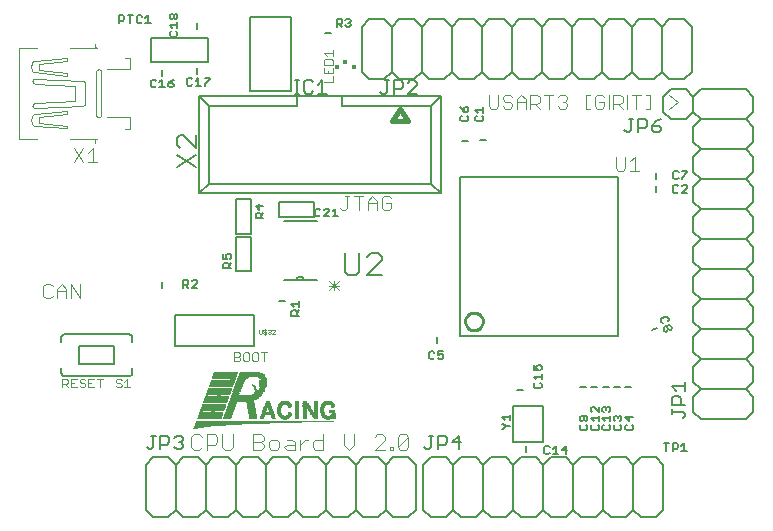
<source format=gto>
G75*
G70*
%OFA0B0*%
%FSLAX24Y24*%
%IPPOS*%
%LPD*%
%AMOC8*
5,1,8,0,0,1.08239X$1,22.5*
%
%ADD10C,0.0030*%
%ADD11C,0.0040*%
%ADD12R,0.0012X0.0006*%
%ADD13R,0.0024X0.0006*%
%ADD14R,0.0036X0.0006*%
%ADD15R,0.0060X0.0006*%
%ADD16R,0.0078X0.0006*%
%ADD17R,0.0102X0.0006*%
%ADD18R,0.0126X0.0006*%
%ADD19R,0.0162X0.0006*%
%ADD20R,0.0186X0.0006*%
%ADD21R,0.0228X0.0006*%
%ADD22R,0.0258X0.0006*%
%ADD23R,0.0306X0.0006*%
%ADD24R,0.0348X0.0006*%
%ADD25R,0.0396X0.0006*%
%ADD26R,0.0450X0.0006*%
%ADD27R,0.0510X0.0006*%
%ADD28R,0.0564X0.0006*%
%ADD29R,0.0630X0.0006*%
%ADD30R,0.0702X0.0006*%
%ADD31R,0.0768X0.0006*%
%ADD32R,0.0852X0.0006*%
%ADD33R,0.0930X0.0006*%
%ADD34R,0.1020X0.0006*%
%ADD35R,0.1116X0.0006*%
%ADD36R,0.1212X0.0006*%
%ADD37R,0.1314X0.0006*%
%ADD38R,0.1428X0.0006*%
%ADD39R,0.1548X0.0006*%
%ADD40R,0.1674X0.0006*%
%ADD41R,0.1812X0.0006*%
%ADD42R,0.1950X0.0006*%
%ADD43R,0.2100X0.0006*%
%ADD44R,0.2268X0.0006*%
%ADD45R,0.2436X0.0006*%
%ADD46R,0.2622X0.0006*%
%ADD47R,0.2820X0.0006*%
%ADD48R,0.3042X0.0006*%
%ADD49R,0.3276X0.0006*%
%ADD50R,0.3534X0.0006*%
%ADD51R,0.3828X0.0006*%
%ADD52R,0.4164X0.0006*%
%ADD53R,0.4572X0.0006*%
%ADD54R,0.0120X0.0006*%
%ADD55R,0.0108X0.0006*%
%ADD56R,0.0246X0.0006*%
%ADD57R,0.0240X0.0006*%
%ADD58R,0.0114X0.0006*%
%ADD59R,0.0168X0.0006*%
%ADD60R,0.0150X0.0006*%
%ADD61R,0.0096X0.0006*%
%ADD62R,0.0774X0.0006*%
%ADD63R,0.0252X0.0006*%
%ADD64R,0.0132X0.0006*%
%ADD65R,0.0204X0.0006*%
%ADD66R,0.0180X0.0006*%
%ADD67R,0.0234X0.0006*%
%ADD68R,0.0132X0.0006*%
%ADD69R,0.0204X0.0006*%
%ADD70R,0.0780X0.0006*%
%ADD71R,0.0282X0.0006*%
%ADD72R,0.0138X0.0006*%
%ADD73R,0.0294X0.0006*%
%ADD74R,0.0144X0.0006*%
%ADD75R,0.0252X0.0006*%
%ADD76R,0.0318X0.0006*%
%ADD77R,0.0276X0.0006*%
%ADD78R,0.0330X0.0006*%
%ADD79R,0.0288X0.0006*%
%ADD80R,0.0342X0.0006*%
%ADD81R,0.0156X0.0006*%
%ADD82R,0.0300X0.0006*%
%ADD83R,0.0354X0.0006*%
%ADD84R,0.0312X0.0006*%
%ADD85R,0.0366X0.0006*%
%ADD86R,0.0324X0.0006*%
%ADD87R,0.0378X0.0006*%
%ADD88R,0.0390X0.0006*%
%ADD89R,0.0174X0.0006*%
%ADD90R,0.0774X0.0006*%
%ADD91R,0.0456X0.0006*%
%ADD92R,0.0408X0.0006*%
%ADD93R,0.0420X0.0006*%
%ADD94R,0.0462X0.0006*%
%ADD95R,0.0192X0.0006*%
%ADD96R,0.0222X0.0006*%
%ADD97R,0.0174X0.0006*%
%ADD98R,0.0198X0.0006*%
%ADD99R,0.0162X0.0006*%
%ADD100R,0.0144X0.0006*%
%ADD101R,0.0210X0.0006*%
%ADD102R,0.0444X0.0006*%
%ADD103R,0.0438X0.0006*%
%ADD104R,0.0216X0.0006*%
%ADD105R,0.0432X0.0006*%
%ADD106R,0.0426X0.0006*%
%ADD107R,0.0414X0.0006*%
%ADD108R,0.0402X0.0006*%
%ADD109R,0.0090X0.0006*%
%ADD110R,0.0066X0.0006*%
%ADD111R,0.0384X0.0006*%
%ADD112R,0.0030X0.0006*%
%ADD113R,0.0264X0.0006*%
%ADD114R,0.0006X0.0006*%
%ADD115R,0.0270X0.0006*%
%ADD116R,0.0114X0.0006*%
%ADD117R,0.0264X0.0006*%
%ADD118R,0.0018X0.0006*%
%ADD119R,0.0042X0.0006*%
%ADD120R,0.0072X0.0006*%
%ADD121R,0.0234X0.0006*%
%ADD122R,0.0372X0.0006*%
%ADD123R,0.0810X0.0006*%
%ADD124R,0.0804X0.0006*%
%ADD125R,0.0798X0.0006*%
%ADD126R,0.0786X0.0006*%
%ADD127R,0.0792X0.0006*%
%ADD128R,0.0816X0.0006*%
%ADD129R,0.0840X0.0006*%
%ADD130R,0.0864X0.0006*%
%ADD131R,0.0870X0.0006*%
%ADD132R,0.0882X0.0006*%
%ADD133R,0.0888X0.0006*%
%ADD134R,0.0900X0.0006*%
%ADD135R,0.0912X0.0006*%
%ADD136R,0.0924X0.0006*%
%ADD137R,0.0936X0.0006*%
%ADD138R,0.0942X0.0006*%
%ADD139R,0.0948X0.0006*%
%ADD140R,0.0960X0.0006*%
%ADD141R,0.0966X0.0006*%
%ADD142R,0.0972X0.0006*%
%ADD143R,0.0972X0.0006*%
%ADD144R,0.0978X0.0006*%
%ADD145R,0.0984X0.0006*%
%ADD146R,0.0990X0.0006*%
%ADD147R,0.0996X0.0006*%
%ADD148R,0.0324X0.0006*%
%ADD149R,0.0312X0.0006*%
%ADD150R,0.0048X0.0006*%
%ADD151R,0.0222X0.0006*%
%ADD152R,0.0024X0.0006*%
%ADD153R,0.0054X0.0006*%
%ADD154R,0.0054X0.0006*%
%ADD155R,0.0042X0.0006*%
%ADD156R,0.0012X0.0006*%
%ADD157R,0.0282X0.0006*%
%ADD158R,0.0192X0.0006*%
%ADD159R,0.0342X0.0006*%
%ADD160R,0.0360X0.0006*%
%ADD161R,0.0648X0.0006*%
%ADD162R,0.0672X0.0006*%
%ADD163R,0.0876X0.0006*%
%ADD164R,0.0864X0.0006*%
%ADD165R,0.0858X0.0006*%
%ADD166R,0.0834X0.0006*%
%ADD167R,0.0828X0.0006*%
%ADD168R,0.0762X0.0006*%
%ADD169R,0.0744X0.0006*%
%ADD170R,0.0726X0.0006*%
%ADD171R,0.0708X0.0006*%
%ADD172R,0.0690X0.0006*%
%ADD173R,0.0666X0.0006*%
%ADD174R,0.0636X0.0006*%
%ADD175R,0.0606X0.0006*%
%ADD176R,0.0546X0.0006*%
%ADD177C,0.0080*%
%ADD178C,0.0100*%
%ADD179C,0.0060*%
%ADD180C,0.0020*%
%ADD181C,0.0050*%
%ADD182C,0.0160*%
%ADD183R,0.0128X0.0167*%
%ADD184R,0.0138X0.0138*%
%ADD185C,0.0010*%
D10*
X001550Y004670D02*
X001550Y004960D01*
X001695Y004960D01*
X001744Y004912D01*
X001744Y004815D01*
X001695Y004767D01*
X001550Y004767D01*
X001647Y004767D02*
X001744Y004670D01*
X001845Y004670D02*
X002038Y004670D01*
X002139Y004718D02*
X002188Y004670D01*
X002285Y004670D01*
X002333Y004718D01*
X002333Y004767D01*
X002285Y004815D01*
X002188Y004815D01*
X002139Y004863D01*
X002139Y004912D01*
X002188Y004960D01*
X002285Y004960D01*
X002333Y004912D01*
X002434Y004960D02*
X002434Y004670D01*
X002628Y004670D01*
X002531Y004815D02*
X002434Y004815D01*
X002434Y004960D02*
X002628Y004960D01*
X002729Y004960D02*
X002922Y004960D01*
X002825Y004960D02*
X002825Y004670D01*
X002038Y004960D02*
X001845Y004960D01*
X001845Y004670D01*
X001845Y004815D02*
X001942Y004815D01*
X007303Y005546D02*
X007448Y005546D01*
X007497Y005594D01*
X007497Y005643D01*
X007448Y005691D01*
X007303Y005691D01*
X007303Y005546D02*
X007303Y005836D01*
X007448Y005836D01*
X007497Y005788D01*
X007497Y005739D01*
X007448Y005691D01*
X007598Y005594D02*
X007646Y005546D01*
X007743Y005546D01*
X007791Y005594D01*
X007791Y005788D01*
X007743Y005836D01*
X007646Y005836D01*
X007598Y005788D01*
X007598Y005594D01*
X007892Y005594D02*
X007941Y005546D01*
X008038Y005546D01*
X008086Y005594D01*
X008086Y005788D01*
X008038Y005836D01*
X007941Y005836D01*
X007892Y005788D01*
X007892Y005594D01*
X008187Y005836D02*
X008381Y005836D01*
X008284Y005836D02*
X008284Y005546D01*
X010459Y007902D02*
X010773Y008215D01*
X010773Y008058D02*
X010459Y008058D01*
X010459Y008215D02*
X010773Y007902D01*
X010616Y007902D02*
X010616Y008215D01*
X010575Y014838D02*
X010285Y014838D01*
X010575Y014838D02*
X010575Y015031D01*
X010575Y015133D02*
X010575Y015326D01*
X010575Y015427D02*
X010285Y015427D01*
X010285Y015572D01*
X010333Y015621D01*
X010527Y015621D01*
X010575Y015572D01*
X010575Y015427D01*
X010430Y015229D02*
X010430Y015133D01*
X010285Y015133D02*
X010575Y015133D01*
X010285Y015133D02*
X010285Y015326D01*
X010382Y015722D02*
X010285Y015819D01*
X010575Y015819D01*
X010575Y015915D02*
X010575Y015722D01*
D11*
X015786Y014420D02*
X015786Y014037D01*
X015863Y013960D01*
X016016Y013960D01*
X016093Y014037D01*
X016093Y014420D01*
X016247Y014344D02*
X016247Y014267D01*
X016323Y014190D01*
X016477Y014190D01*
X016553Y014113D01*
X016553Y014037D01*
X016477Y013960D01*
X016323Y013960D01*
X016247Y014037D01*
X016247Y014344D02*
X016323Y014420D01*
X016477Y014420D01*
X016553Y014344D01*
X016707Y014267D02*
X016860Y014420D01*
X017014Y014267D01*
X017014Y013960D01*
X017167Y013960D02*
X017167Y014420D01*
X017398Y014420D01*
X017474Y014344D01*
X017474Y014190D01*
X017398Y014113D01*
X017167Y014113D01*
X017321Y014113D02*
X017474Y013960D01*
X017014Y014190D02*
X016707Y014190D01*
X016707Y014267D02*
X016707Y013960D01*
X017628Y014420D02*
X017935Y014420D01*
X017781Y014420D02*
X017781Y013960D01*
X018088Y014037D02*
X018165Y013960D01*
X018318Y013960D01*
X018395Y014037D01*
X018395Y014113D01*
X018318Y014190D01*
X018242Y014190D01*
X018318Y014190D02*
X018395Y014267D01*
X018395Y014344D01*
X018318Y014420D01*
X018165Y014420D01*
X018088Y014344D01*
X019009Y014420D02*
X019009Y013960D01*
X019162Y013960D01*
X019316Y014037D02*
X019393Y013960D01*
X019546Y013960D01*
X019623Y014037D01*
X019623Y014190D01*
X019469Y014190D01*
X019316Y014037D02*
X019316Y014344D01*
X019393Y014420D01*
X019546Y014420D01*
X019623Y014344D01*
X019776Y014420D02*
X019776Y013960D01*
X019930Y013960D02*
X019930Y014420D01*
X020160Y014420D01*
X020237Y014344D01*
X020237Y014190D01*
X020160Y014113D01*
X019930Y014113D01*
X020083Y014113D02*
X020237Y013960D01*
X020390Y013960D02*
X020390Y014420D01*
X020544Y014420D02*
X020850Y014420D01*
X020697Y014420D02*
X020697Y013960D01*
X021004Y013960D02*
X021157Y013960D01*
X021157Y014420D01*
X021004Y014420D01*
X021771Y014420D02*
X022078Y014190D01*
X021771Y013960D01*
X020638Y012356D02*
X020638Y011895D01*
X020791Y011895D02*
X020484Y011895D01*
X020331Y011972D02*
X020331Y012356D01*
X020484Y012202D02*
X020638Y012356D01*
X020331Y011972D02*
X020254Y011895D01*
X020101Y011895D01*
X020024Y011972D01*
X020024Y012356D01*
X019162Y014420D02*
X019009Y014420D01*
X012514Y010969D02*
X012438Y011045D01*
X012284Y011045D01*
X012207Y010969D01*
X012207Y010662D01*
X012284Y010585D01*
X012438Y010585D01*
X012514Y010662D01*
X012514Y010815D01*
X012361Y010815D01*
X012054Y010815D02*
X011747Y010815D01*
X011747Y010892D02*
X011747Y010585D01*
X011440Y010585D02*
X011440Y011045D01*
X011287Y011045D02*
X011593Y011045D01*
X011747Y010892D02*
X011900Y011045D01*
X012054Y010892D01*
X012054Y010585D01*
X011056Y010662D02*
X011056Y011045D01*
X010980Y011045D02*
X011133Y011045D01*
X011056Y010662D02*
X010980Y010585D01*
X010903Y010585D01*
X010826Y010662D01*
X003819Y013283D02*
X003819Y013672D01*
X003799Y013672D02*
X003063Y013672D01*
X002859Y013753D02*
X002859Y015184D01*
X002857Y015200D01*
X002853Y015215D01*
X002845Y015230D01*
X002835Y015242D01*
X002823Y015252D01*
X002808Y015260D01*
X002793Y015264D01*
X002777Y015266D01*
X002777Y015266D01*
X002777Y015265D02*
X002757Y015263D01*
X002738Y015257D01*
X002720Y015248D01*
X002705Y015235D01*
X002692Y015220D01*
X002683Y015202D01*
X002677Y015183D01*
X002675Y015163D01*
X002675Y015164D02*
X002675Y013774D01*
X002677Y013754D01*
X002683Y013735D01*
X002692Y013717D01*
X002705Y013702D01*
X002720Y013689D01*
X002738Y013680D01*
X002757Y013674D01*
X002777Y013672D01*
X002777Y013671D02*
X002793Y013673D01*
X002808Y013677D01*
X002823Y013685D01*
X002835Y013695D01*
X002845Y013707D01*
X002853Y013722D01*
X002857Y013737D01*
X002859Y013753D01*
X002327Y014142D02*
X002327Y014796D01*
X002328Y014796D02*
X002325Y014814D01*
X002318Y014831D01*
X002309Y014846D01*
X002296Y014859D01*
X002281Y014868D01*
X002264Y014875D01*
X002246Y014878D01*
X002246Y014877D02*
X000651Y014959D01*
X000635Y014957D01*
X000620Y014953D01*
X000605Y014945D01*
X000593Y014935D01*
X000583Y014923D01*
X000575Y014908D01*
X000571Y014893D01*
X000569Y014877D01*
X000570Y014877D02*
X000570Y014877D01*
X000569Y014877D02*
X000571Y014861D01*
X000575Y014846D01*
X000583Y014831D01*
X000593Y014819D01*
X000605Y014809D01*
X000620Y014801D01*
X000635Y014797D01*
X000651Y014795D01*
X000651Y014796D02*
X002000Y014714D01*
X002000Y014223D01*
X000651Y014142D01*
X000635Y014140D01*
X000620Y014136D01*
X000605Y014128D01*
X000593Y014118D01*
X000583Y014106D01*
X000575Y014091D01*
X000571Y014076D01*
X000569Y014060D01*
X000571Y014044D01*
X000575Y014029D01*
X000583Y014014D01*
X000593Y014002D01*
X000605Y013992D01*
X000620Y013984D01*
X000635Y013980D01*
X000651Y013978D01*
X002246Y014060D01*
X002246Y014059D02*
X002264Y014062D01*
X002281Y014069D01*
X002296Y014078D01*
X002309Y014091D01*
X002318Y014106D01*
X002325Y014123D01*
X002328Y014141D01*
X001735Y013876D02*
X001735Y013794D01*
X000794Y013692D01*
X000794Y013488D01*
X001735Y013385D01*
X001735Y013304D01*
X000651Y013385D01*
X000632Y013389D01*
X000613Y013395D01*
X000596Y013405D01*
X000580Y013417D01*
X000567Y013432D01*
X000556Y013449D01*
X000549Y013467D01*
X000549Y013692D02*
X000556Y013710D01*
X000567Y013727D01*
X000580Y013742D01*
X000596Y013754D01*
X000613Y013764D01*
X000632Y013770D01*
X000651Y013774D01*
X001735Y013876D01*
X000550Y013692D02*
X000541Y013655D01*
X000535Y013618D01*
X000533Y013580D01*
X000535Y013542D01*
X000541Y013505D01*
X000550Y013468D01*
X000712Y012956D02*
X000120Y012956D01*
X000120Y012956D01*
X000120Y015981D01*
X000712Y015981D01*
X000651Y015552D02*
X001735Y015634D01*
X001735Y015552D01*
X000794Y015450D01*
X000794Y015245D01*
X001735Y015143D01*
X001735Y015061D01*
X000651Y015164D01*
X000651Y015163D02*
X000632Y015167D01*
X000613Y015173D01*
X000596Y015183D01*
X000580Y015195D01*
X000567Y015210D01*
X000556Y015227D01*
X000549Y015245D01*
X000549Y015470D02*
X000556Y015488D01*
X000567Y015505D01*
X000580Y015520D01*
X000596Y015532D01*
X000613Y015542D01*
X000632Y015548D01*
X000651Y015552D01*
X000550Y015470D02*
X000541Y015433D01*
X000535Y015396D01*
X000533Y015358D01*
X000535Y015320D01*
X000541Y015283D01*
X000550Y015246D01*
X001827Y015981D02*
X002736Y015981D01*
X002720Y015983D01*
X002705Y015987D01*
X002690Y015995D01*
X002678Y016005D01*
X002668Y016017D01*
X002660Y016032D01*
X002656Y016047D01*
X002654Y016063D01*
X002654Y016124D01*
X003656Y015654D02*
X003799Y015654D01*
X003819Y015654D02*
X003819Y015266D01*
X003799Y015266D02*
X003063Y015266D01*
X003656Y013283D02*
X003799Y013283D01*
X002736Y012956D02*
X001827Y012956D01*
X001960Y012637D02*
X002267Y012177D01*
X002420Y012177D02*
X002727Y012177D01*
X002574Y012177D02*
X002574Y012637D01*
X002420Y012484D01*
X002267Y012637D02*
X001960Y012177D01*
X002654Y012813D02*
X002654Y012875D01*
X002656Y012891D01*
X002660Y012906D01*
X002668Y012921D01*
X002678Y012933D01*
X002690Y012943D01*
X002705Y012951D01*
X002720Y012955D01*
X002736Y012957D01*
X002162Y008111D02*
X002162Y007651D01*
X001855Y008111D01*
X001855Y007651D01*
X001701Y007651D02*
X001701Y007958D01*
X001548Y008111D01*
X001395Y007958D01*
X001395Y007651D01*
X001241Y007728D02*
X001164Y007651D01*
X001011Y007651D01*
X000934Y007728D01*
X000934Y008035D01*
X001011Y008111D01*
X001164Y008111D01*
X001241Y008035D01*
X001395Y007881D02*
X001701Y007881D01*
X005955Y003097D02*
X005868Y003011D01*
X005868Y002664D01*
X005955Y002577D01*
X006128Y002577D01*
X006215Y002664D01*
X006384Y002750D02*
X006644Y002750D01*
X006731Y002837D01*
X006731Y003011D01*
X006644Y003097D01*
X006384Y003097D01*
X006384Y002577D01*
X006899Y002664D02*
X006986Y002577D01*
X007160Y002577D01*
X007246Y002664D01*
X007246Y003097D01*
X006899Y003097D02*
X006899Y002664D01*
X006215Y003011D02*
X006128Y003097D01*
X005955Y003097D01*
X007931Y003097D02*
X007931Y002577D01*
X008191Y002577D01*
X008278Y002664D01*
X008278Y002750D01*
X008191Y002837D01*
X007931Y002837D01*
X008191Y002837D02*
X008278Y002924D01*
X008278Y003011D01*
X008191Y003097D01*
X007931Y003097D01*
X008446Y002837D02*
X008446Y002664D01*
X008533Y002577D01*
X008707Y002577D01*
X008793Y002664D01*
X008793Y002837D01*
X008707Y002924D01*
X008533Y002924D01*
X008446Y002837D01*
X008962Y002664D02*
X009049Y002750D01*
X009309Y002750D01*
X009309Y002837D02*
X009222Y002924D01*
X009049Y002924D01*
X009309Y002837D02*
X009309Y002577D01*
X009049Y002577D01*
X008962Y002664D01*
X009478Y002750D02*
X009651Y002924D01*
X009738Y002924D01*
X009907Y002837D02*
X009907Y002664D01*
X009994Y002577D01*
X010254Y002577D01*
X010254Y003097D01*
X010254Y002924D02*
X009994Y002924D01*
X009907Y002837D01*
X009478Y002924D02*
X009478Y002577D01*
X010939Y002750D02*
X011112Y002577D01*
X011286Y002750D01*
X011286Y003097D01*
X010939Y003097D02*
X010939Y002750D01*
X011970Y002577D02*
X012317Y002924D01*
X012317Y003011D01*
X012230Y003097D01*
X012057Y003097D01*
X011970Y003011D01*
X012486Y002664D02*
X012572Y002664D01*
X012572Y002577D01*
X012486Y002577D01*
X012486Y002664D01*
X012317Y002577D02*
X011970Y002577D01*
X012743Y002664D02*
X012743Y003011D01*
X012830Y003097D01*
X013004Y003097D01*
X013090Y003011D01*
X012743Y002664D01*
X012830Y002577D01*
X013004Y002577D01*
X013090Y002664D01*
X013090Y003011D01*
D12*
X005956Y003263D03*
D13*
X005962Y003269D03*
X009112Y003977D03*
D14*
X008008Y004565D03*
X008002Y004571D03*
X007996Y004601D03*
X007996Y004607D03*
X007996Y004613D03*
X007936Y004727D03*
X005974Y003275D03*
D15*
X005986Y003281D03*
X008008Y005003D03*
X009130Y003989D03*
D16*
X005995Y003287D03*
D17*
X006013Y003293D03*
D18*
X006025Y003299D03*
X008413Y004181D03*
X008479Y004001D03*
X008485Y003983D03*
X008491Y003965D03*
X008497Y003953D03*
X008497Y003947D03*
X008503Y003935D03*
X008503Y003929D03*
X008509Y003917D03*
X008509Y003911D03*
X008515Y003899D03*
X008515Y003893D03*
X008521Y003881D03*
X008521Y003875D03*
X008527Y003863D03*
X008527Y003857D03*
X008533Y003851D03*
X008533Y003845D03*
X008533Y003839D03*
X008539Y003833D03*
X008539Y003827D03*
X008575Y003719D03*
X008581Y003701D03*
X008587Y003683D03*
X008593Y003665D03*
X008617Y003599D03*
X008791Y003857D03*
X008791Y003863D03*
X008791Y003869D03*
X008791Y003875D03*
X008791Y003905D03*
X008791Y003911D03*
X008791Y003917D03*
X008791Y003923D03*
X009643Y003923D03*
X009643Y003929D03*
X009643Y003935D03*
X009643Y003941D03*
X009643Y003947D03*
X009643Y003953D03*
X009643Y003959D03*
X009643Y003917D03*
X009643Y003911D03*
X009643Y003905D03*
X009643Y003899D03*
X009643Y003893D03*
X009643Y003887D03*
X009643Y003881D03*
X009643Y003875D03*
X009643Y003869D03*
X009643Y003863D03*
X009643Y003857D03*
X009643Y003851D03*
X009643Y003845D03*
X009643Y003839D03*
X009643Y003833D03*
X009643Y003827D03*
X009643Y003821D03*
X009643Y003815D03*
X009643Y003809D03*
X009643Y003803D03*
X009643Y003797D03*
X009643Y003791D03*
X009643Y003785D03*
X009643Y003779D03*
X009643Y003773D03*
X009643Y003767D03*
X009643Y003761D03*
X009643Y003755D03*
X009643Y003749D03*
X009643Y003743D03*
X009643Y003737D03*
X009643Y003731D03*
X009643Y003725D03*
X009643Y003719D03*
X009643Y003713D03*
X009643Y003707D03*
X009643Y003701D03*
X009643Y003695D03*
X009643Y003689D03*
X009643Y003683D03*
X009643Y003677D03*
X009643Y003671D03*
X009643Y003665D03*
X009643Y003659D03*
X009643Y003653D03*
X009643Y003647D03*
X009643Y003641D03*
X009643Y003635D03*
X009643Y003629D03*
X009643Y003623D03*
X009643Y003617D03*
X009643Y003611D03*
X009643Y003605D03*
X010015Y003605D03*
X010015Y003827D03*
X010015Y003833D03*
X010015Y003839D03*
X010015Y003845D03*
X010015Y003851D03*
X010015Y003857D03*
X010015Y003863D03*
X010015Y003869D03*
X010015Y003875D03*
X010015Y003881D03*
X010015Y003887D03*
X010015Y003893D03*
X010015Y003899D03*
X010015Y003905D03*
X010015Y003911D03*
X010015Y003917D03*
X010015Y003923D03*
X010015Y003929D03*
X010015Y003935D03*
X010015Y003941D03*
X010015Y003947D03*
X010015Y003953D03*
X010015Y003959D03*
X010015Y003965D03*
X010015Y003971D03*
X010015Y003977D03*
X010015Y003983D03*
X010015Y003989D03*
X010015Y003995D03*
X010015Y004001D03*
X010015Y004007D03*
X010015Y004013D03*
X010015Y004019D03*
X010015Y004025D03*
X010015Y004031D03*
X010015Y004037D03*
X010015Y004043D03*
X010015Y004049D03*
X010015Y004055D03*
X010015Y004061D03*
X010015Y004067D03*
X010015Y004073D03*
X010015Y004079D03*
X010015Y004085D03*
X010015Y004091D03*
X010015Y004097D03*
X010015Y004103D03*
X010015Y004109D03*
X010015Y004115D03*
X010015Y004121D03*
X010015Y004127D03*
X010015Y004133D03*
X010015Y004139D03*
X010015Y004145D03*
X010015Y004151D03*
X010015Y004157D03*
X010015Y004163D03*
X010015Y004169D03*
X010015Y004175D03*
X010231Y003929D03*
X010231Y003923D03*
X010231Y003863D03*
X010615Y003791D03*
X010615Y003785D03*
X009649Y004181D03*
X008311Y004913D03*
D19*
X008413Y004127D03*
X008851Y004073D03*
X009121Y004073D03*
X009127Y004067D03*
X008851Y003707D03*
X009661Y004133D03*
X009661Y004139D03*
X009997Y003659D03*
X009997Y003653D03*
X010597Y003725D03*
X010561Y004073D03*
X007243Y004913D03*
X007237Y004895D03*
X006043Y003305D03*
D20*
X006061Y003311D03*
X008413Y004091D03*
X008413Y004097D03*
X009103Y003695D03*
X009673Y004097D03*
X009673Y004103D03*
X009985Y003695D03*
X009985Y003689D03*
X010303Y004079D03*
X010585Y003707D03*
X008287Y004895D03*
D21*
X008230Y004991D03*
X008230Y004997D03*
X008248Y004679D03*
X008248Y004673D03*
X008248Y004667D03*
X008206Y004559D03*
X008416Y004037D03*
X008416Y004031D03*
X007336Y004409D03*
X007336Y004415D03*
X007336Y004421D03*
X007342Y004427D03*
X007342Y004433D03*
X007348Y004445D03*
X007348Y004451D03*
X007354Y004463D03*
X007354Y004469D03*
X007360Y004475D03*
X007360Y004481D03*
X007360Y004487D03*
X007366Y004493D03*
X007366Y004499D03*
X007372Y004511D03*
X007372Y004517D03*
X007378Y004529D03*
X007378Y004535D03*
X007384Y004547D03*
X007384Y004553D03*
X007390Y004559D03*
X007390Y004565D03*
X007396Y004577D03*
X007396Y004583D03*
X007402Y004595D03*
X007408Y004613D03*
X007414Y004625D03*
X007420Y004643D03*
X007330Y004403D03*
X007330Y004397D03*
X006082Y003317D03*
X009694Y004037D03*
X009964Y003755D03*
X010408Y003617D03*
X010564Y003797D03*
X010564Y003803D03*
X010564Y003809D03*
X010564Y003815D03*
X010564Y003821D03*
X010564Y003827D03*
X010564Y003833D03*
X010564Y003839D03*
X010564Y003845D03*
X010564Y003851D03*
X010564Y003857D03*
X010564Y003863D03*
X010564Y003869D03*
X010564Y003875D03*
X010564Y003881D03*
X010564Y003887D03*
D22*
X010429Y004163D03*
X009949Y003803D03*
X009949Y003797D03*
X009709Y003989D03*
X008989Y004163D03*
X008989Y003617D03*
X010405Y003629D03*
X007519Y004877D03*
X007513Y004865D03*
X007507Y004853D03*
X007339Y004391D03*
X006103Y003323D03*
D23*
X006127Y003329D03*
X008065Y004397D03*
X008137Y004499D03*
X008137Y004505D03*
X007567Y004949D03*
X010429Y004145D03*
D24*
X008032Y004379D03*
X006148Y003335D03*
D25*
X006178Y003341D03*
X007630Y005003D03*
X008986Y004103D03*
X008986Y003677D03*
X008416Y003797D03*
X010426Y004103D03*
D26*
X010453Y003671D03*
X006205Y003347D03*
D27*
X006235Y003353D03*
X007465Y004379D03*
D28*
X006268Y003359D03*
D29*
X006301Y003365D03*
D30*
X006337Y003371D03*
D31*
X006376Y003377D03*
X007852Y005099D03*
D32*
X007876Y005051D03*
X006418Y003383D03*
D33*
X006463Y003389D03*
X007639Y004289D03*
D34*
X006508Y003395D03*
D35*
X006556Y003401D03*
D36*
X006610Y003407D03*
D37*
X006661Y003413D03*
D38*
X006718Y003419D03*
D39*
X006784Y003425D03*
D40*
X006847Y003431D03*
D41*
X006916Y003437D03*
D42*
X006991Y003443D03*
D43*
X007066Y003449D03*
D44*
X007150Y003455D03*
D45*
X007240Y003461D03*
D46*
X007333Y003467D03*
D47*
X007438Y003473D03*
D48*
X007549Y003479D03*
D49*
X007666Y003485D03*
D50*
X007801Y003491D03*
D51*
X007948Y003497D03*
D52*
X008116Y003503D03*
D53*
X008326Y003509D03*
D54*
X008212Y003611D03*
X008212Y003617D03*
X008218Y003623D03*
X008218Y003629D03*
X008218Y003635D03*
X008224Y003641D03*
X008224Y003647D03*
X008224Y003653D03*
X008230Y003659D03*
X008230Y003665D03*
X008230Y003671D03*
X008236Y003677D03*
X008236Y003683D03*
X008236Y003689D03*
X008242Y003695D03*
X008242Y003701D03*
X008248Y003713D03*
X008248Y003719D03*
X008290Y003839D03*
X008296Y003851D03*
X008296Y003857D03*
X008302Y003869D03*
X008302Y003875D03*
X008308Y003887D03*
X008308Y003893D03*
X008314Y003905D03*
X008320Y003923D03*
X008326Y003941D03*
X008332Y003959D03*
X008338Y003977D03*
X008344Y003995D03*
X008350Y004007D03*
X008476Y004007D03*
X008476Y004013D03*
X008482Y003995D03*
X008482Y003989D03*
X008488Y003977D03*
X008488Y003971D03*
X008494Y003959D03*
X008500Y003941D03*
X008506Y003923D03*
X008512Y003905D03*
X008518Y003887D03*
X008524Y003869D03*
X008992Y003593D03*
X009166Y003791D03*
X009394Y003599D03*
X009394Y004181D03*
X008992Y004187D03*
X008218Y004955D03*
X010432Y004187D03*
X010594Y004001D03*
D55*
X010624Y003665D03*
X010624Y003659D03*
X010624Y003653D03*
X010624Y003647D03*
X010624Y003641D03*
X010624Y003635D03*
X010624Y003629D03*
X010624Y003623D03*
X010624Y003617D03*
X010624Y003611D03*
X010624Y003605D03*
X010414Y003593D03*
X009148Y004001D03*
X008320Y004919D03*
X006796Y004403D03*
X006586Y003827D03*
D56*
X007075Y003665D03*
X007069Y003647D03*
X007063Y003629D03*
X007057Y003617D03*
X007051Y003599D03*
X007081Y003683D03*
X007087Y003695D03*
X007093Y003713D03*
X007099Y003731D03*
X007105Y003749D03*
X007117Y003779D03*
X007123Y003797D03*
X007129Y003815D03*
X007141Y003845D03*
X007147Y003863D03*
X007153Y003881D03*
X007165Y003911D03*
X007171Y003929D03*
X007177Y003947D03*
X007189Y003977D03*
X007195Y003995D03*
X007201Y004013D03*
X007219Y004061D03*
X007225Y004079D03*
X007243Y004127D03*
X007249Y004145D03*
X007831Y004157D03*
X007831Y004163D03*
X007837Y004127D03*
X007837Y004121D03*
X007843Y004097D03*
X007843Y004091D03*
X007849Y004067D03*
X007849Y004061D03*
X007849Y004055D03*
X007855Y004031D03*
X007855Y004025D03*
X007861Y004001D03*
X007861Y003995D03*
X007867Y003971D03*
X007867Y003965D03*
X007867Y003959D03*
X007873Y003935D03*
X007873Y003929D03*
X007879Y003905D03*
X007879Y003899D03*
X007879Y003893D03*
X007885Y003875D03*
X007885Y003869D03*
X007885Y003863D03*
X007891Y003839D03*
X007891Y003833D03*
X007897Y003809D03*
X007897Y003803D03*
X007897Y003797D03*
X007903Y003773D03*
X007903Y003767D03*
X007909Y003743D03*
X007909Y003737D03*
X007909Y003731D03*
X007915Y003713D03*
X007915Y003707D03*
X007915Y003701D03*
X007921Y003677D03*
X007921Y003671D03*
X007927Y003647D03*
X007927Y003641D03*
X007927Y003635D03*
X007933Y003617D03*
X007933Y003611D03*
X007933Y003605D03*
X008263Y004781D03*
X008263Y004787D03*
X008263Y004793D03*
X008263Y004799D03*
X008263Y004805D03*
X008263Y004811D03*
X008263Y004817D03*
X008263Y004823D03*
X008263Y004829D03*
X008263Y004835D03*
X008263Y004841D03*
X008263Y004847D03*
X008263Y004853D03*
X008263Y004859D03*
X008257Y004871D03*
X007495Y004829D03*
X007489Y004817D03*
X007489Y004811D03*
X007483Y004805D03*
X007483Y004799D03*
X007477Y004787D03*
X009703Y004013D03*
X009703Y004007D03*
X009955Y003785D03*
X009955Y003779D03*
X010405Y003623D03*
D57*
X009958Y003773D03*
X009700Y004019D03*
X008416Y004019D03*
X007876Y003923D03*
X007876Y003917D03*
X007876Y003911D03*
X007882Y003887D03*
X007882Y003881D03*
X007888Y003857D03*
X007888Y003851D03*
X007888Y003845D03*
X007894Y003827D03*
X007894Y003821D03*
X007894Y003815D03*
X007900Y003791D03*
X007900Y003785D03*
X007900Y003779D03*
X007906Y003761D03*
X007906Y003755D03*
X007906Y003749D03*
X007912Y003725D03*
X007912Y003719D03*
X007918Y003695D03*
X007918Y003689D03*
X007918Y003683D03*
X007924Y003665D03*
X007924Y003659D03*
X007924Y003653D03*
X007930Y003629D03*
X007930Y003623D03*
X007936Y003599D03*
X007870Y003941D03*
X007870Y003947D03*
X007870Y003953D03*
X007864Y003977D03*
X007864Y003983D03*
X007864Y003989D03*
X007858Y004007D03*
X007858Y004013D03*
X007858Y004019D03*
X007852Y004037D03*
X007852Y004043D03*
X007852Y004049D03*
X007846Y004073D03*
X007846Y004079D03*
X007846Y004085D03*
X007840Y004103D03*
X007840Y004109D03*
X007840Y004115D03*
X007834Y004133D03*
X007834Y004139D03*
X007834Y004145D03*
X007834Y004151D03*
X007828Y004169D03*
X007828Y004175D03*
X007444Y004703D03*
X007450Y004721D03*
X007456Y004733D03*
X007456Y004739D03*
X007462Y004745D03*
X007462Y004751D03*
X007468Y004757D03*
X007468Y004763D03*
X007468Y004769D03*
X007474Y004775D03*
X007474Y004781D03*
X007480Y004793D03*
X008230Y004985D03*
X008260Y004775D03*
X008260Y004769D03*
X008260Y004763D03*
X008260Y004757D03*
X008260Y004751D03*
X008260Y004745D03*
X008260Y004739D03*
X008254Y004709D03*
D58*
X008005Y005009D03*
X008353Y004013D03*
X008341Y003989D03*
X008341Y003983D03*
X008335Y003971D03*
X008335Y003965D03*
X008329Y003953D03*
X008329Y003947D03*
X008323Y003935D03*
X008323Y003929D03*
X008311Y003899D03*
X008305Y003881D03*
X008299Y003863D03*
X008293Y003845D03*
X008251Y003725D03*
X008245Y003707D03*
X008209Y003605D03*
X008209Y003599D03*
X006781Y004355D03*
X006781Y004361D03*
X006781Y004367D03*
X006793Y004391D03*
X006793Y004397D03*
X006601Y003863D03*
X006595Y003857D03*
X006595Y003851D03*
X006595Y003845D03*
X006589Y003839D03*
X006589Y003833D03*
X006583Y003821D03*
X006583Y003815D03*
X009643Y003599D03*
X010015Y003599D03*
X010015Y004181D03*
D59*
X010294Y004073D03*
X010432Y004181D03*
X010552Y004079D03*
X010594Y003719D03*
X009994Y003665D03*
X009664Y004127D03*
X009118Y003701D03*
X008992Y003599D03*
X008992Y004181D03*
X008416Y004121D03*
X008416Y004115D03*
X008296Y004901D03*
X008254Y004967D03*
X007252Y004937D03*
X007252Y004931D03*
X007246Y004925D03*
X007246Y004919D03*
X007240Y004907D03*
X007240Y004901D03*
D60*
X008413Y004145D03*
X008833Y004055D03*
X008839Y004061D03*
X009133Y004061D03*
X009139Y004055D03*
X009133Y003713D03*
X008833Y003725D03*
X009655Y004151D03*
X009655Y004157D03*
X009793Y003947D03*
X009805Y003929D03*
X009817Y003911D03*
X009829Y003893D03*
X009841Y003875D03*
X009853Y003857D03*
X009865Y003839D03*
X010003Y003641D03*
X010261Y003743D03*
X010267Y003737D03*
X010267Y003731D03*
X010273Y003725D03*
X010411Y003599D03*
X010603Y003737D03*
X010573Y004061D03*
X010567Y004067D03*
X010279Y004061D03*
X010273Y004055D03*
D61*
X010624Y003599D03*
X006406Y004403D03*
X006400Y004385D03*
X006394Y004373D03*
X006394Y004367D03*
X006388Y004355D03*
X006202Y003839D03*
D62*
X006499Y003707D03*
X006505Y003725D03*
X006511Y003743D03*
X006523Y003773D03*
X006529Y003791D03*
X006535Y003809D03*
X006559Y003875D03*
X006583Y003941D03*
X006631Y004073D03*
X006481Y003659D03*
X006475Y003641D03*
X006469Y003623D03*
X006463Y003611D03*
X006463Y003605D03*
D63*
X007054Y003605D03*
X007054Y003611D03*
X007060Y003623D03*
X007084Y003689D03*
X007090Y003701D03*
X007090Y003707D03*
X007114Y003767D03*
X007114Y003773D03*
X007120Y003785D03*
X007120Y003791D03*
X007144Y003851D03*
X007144Y003857D03*
X007150Y003869D03*
X007150Y003875D03*
X007174Y003935D03*
X007174Y003941D03*
X007180Y003953D03*
X007180Y003959D03*
X007204Y004019D03*
X007204Y004025D03*
X007210Y004031D03*
X007210Y004037D03*
X007210Y004043D03*
X007234Y004097D03*
X007234Y004103D03*
X007234Y004109D03*
X007240Y004115D03*
X007240Y004121D03*
X007504Y004841D03*
X007504Y004847D03*
X007510Y004859D03*
X008260Y004865D03*
D64*
X009394Y004175D03*
X009394Y004169D03*
X009394Y004163D03*
X009394Y004157D03*
X009394Y004151D03*
X009394Y004145D03*
X009394Y004139D03*
X009394Y004133D03*
X009394Y004127D03*
X009394Y004121D03*
X009394Y004115D03*
X009394Y004109D03*
X009394Y004103D03*
X009394Y004097D03*
X009394Y004091D03*
X009394Y004085D03*
X009394Y004079D03*
X009394Y004073D03*
X009394Y004067D03*
X009394Y004061D03*
X009394Y004055D03*
X009394Y004049D03*
X009394Y004043D03*
X009394Y004037D03*
X009394Y004031D03*
X009394Y004025D03*
X009394Y004019D03*
X009394Y004013D03*
X009394Y004007D03*
X009394Y004001D03*
X009394Y003995D03*
X009394Y003989D03*
X009394Y003983D03*
X009394Y003977D03*
X009394Y003971D03*
X009394Y003965D03*
X009394Y003959D03*
X009394Y003953D03*
X009394Y003947D03*
X009394Y003941D03*
X009394Y003935D03*
X009394Y003929D03*
X009394Y003923D03*
X009394Y003917D03*
X009394Y003911D03*
X009394Y003905D03*
X009394Y003899D03*
X009394Y003893D03*
X009394Y003887D03*
X009394Y003881D03*
X009394Y003875D03*
X009394Y003869D03*
X009394Y003863D03*
X009394Y003857D03*
X009394Y003851D03*
X009394Y003845D03*
X009394Y003839D03*
X009394Y003833D03*
X009394Y003827D03*
X009394Y003821D03*
X009394Y003815D03*
X009394Y003809D03*
X009394Y003803D03*
X009394Y003797D03*
X009394Y003791D03*
X009394Y003785D03*
X009394Y003779D03*
X009394Y003773D03*
X009394Y003767D03*
X009394Y003761D03*
X009394Y003755D03*
X009394Y003749D03*
X009394Y003743D03*
X009394Y003737D03*
X009394Y003731D03*
X009394Y003725D03*
X009394Y003719D03*
X009394Y003713D03*
X009394Y003707D03*
X009394Y003701D03*
X009394Y003695D03*
X009394Y003689D03*
X009394Y003683D03*
X009394Y003677D03*
X009394Y003671D03*
X009394Y003665D03*
X009394Y003659D03*
X009394Y003653D03*
X009394Y003647D03*
X009394Y003641D03*
X009394Y003635D03*
X009394Y003629D03*
X009394Y003623D03*
X009394Y003617D03*
X009394Y003611D03*
X009394Y003605D03*
X009154Y003749D03*
X009160Y003761D03*
X009160Y003767D03*
X009160Y004007D03*
X008800Y003989D03*
X008800Y003983D03*
X008800Y003977D03*
X008800Y003971D03*
X008794Y003965D03*
X008794Y003959D03*
X008794Y003953D03*
X008794Y003947D03*
X008794Y003941D03*
X008794Y003935D03*
X008794Y003929D03*
X008794Y003851D03*
X008794Y003845D03*
X008794Y003839D03*
X008794Y003833D03*
X008794Y003827D03*
X008794Y003821D03*
X008794Y003815D03*
X008800Y003809D03*
X008800Y003803D03*
X008800Y003797D03*
X008584Y003695D03*
X008584Y003689D03*
X008590Y003677D03*
X008590Y003671D03*
X008614Y003611D03*
X008614Y003605D03*
X010234Y003821D03*
X010234Y003827D03*
X010234Y003833D03*
X010234Y003839D03*
X010234Y003845D03*
X010234Y003851D03*
X010234Y003857D03*
X010240Y003809D03*
X010240Y003803D03*
X010240Y003797D03*
X010234Y003935D03*
X010234Y003941D03*
X010234Y003947D03*
X010234Y003953D03*
X010234Y003959D03*
X010234Y003965D03*
X010240Y003971D03*
X010240Y003977D03*
X010240Y003983D03*
X010240Y003989D03*
X010594Y004019D03*
X010594Y004025D03*
X010600Y004013D03*
X010600Y004007D03*
D65*
X010432Y004175D03*
X010312Y003695D03*
X009682Y004073D03*
X008992Y004175D03*
X008992Y003605D03*
D66*
X008860Y004079D03*
X008416Y004103D03*
X009670Y004109D03*
X009988Y003683D03*
X010300Y003701D03*
X010408Y003605D03*
D67*
X009961Y003761D03*
X009961Y003767D03*
X010429Y004169D03*
X008989Y004169D03*
X008413Y004025D03*
X008251Y004685D03*
X008251Y004691D03*
X008251Y004697D03*
X008251Y004703D03*
X008263Y004877D03*
X008233Y004979D03*
X007453Y004727D03*
X007441Y004697D03*
X007441Y004691D03*
X007435Y004685D03*
X007435Y004679D03*
X007429Y004673D03*
X007429Y004667D03*
X007429Y004661D03*
X007423Y004655D03*
X007423Y004649D03*
X007411Y004619D03*
X007405Y004607D03*
X007405Y004601D03*
X007399Y004589D03*
X007393Y004571D03*
X007381Y004541D03*
X007375Y004523D03*
X007369Y004505D03*
X007351Y004457D03*
X007345Y004439D03*
X008989Y003611D03*
D68*
X009166Y003773D03*
X009166Y003779D03*
X009166Y003785D03*
X008806Y003779D03*
X008788Y003881D03*
X008788Y003887D03*
X008788Y003893D03*
X008788Y003899D03*
X008806Y003995D03*
X008806Y004001D03*
X008572Y003725D03*
X008578Y003713D03*
X008578Y003707D03*
X008596Y003659D03*
X008596Y003653D03*
X008602Y003647D03*
X008602Y003641D03*
X008602Y003635D03*
X008608Y003629D03*
X008608Y003623D03*
X008608Y003617D03*
X008416Y004169D03*
X008416Y004175D03*
X010012Y003617D03*
X010012Y003611D03*
X010246Y003779D03*
X010228Y003869D03*
X010228Y003875D03*
X010228Y003881D03*
X010228Y003887D03*
X010228Y003893D03*
X010228Y003899D03*
X010228Y003905D03*
X010228Y003911D03*
X010228Y003917D03*
X010246Y004001D03*
X010612Y003779D03*
X010612Y003773D03*
X010612Y003767D03*
D69*
X010408Y003611D03*
X009976Y003719D03*
X008416Y004067D03*
X008416Y004073D03*
X008224Y005021D03*
D70*
X007858Y005093D03*
X007018Y005141D03*
X007006Y005111D03*
X007000Y005093D03*
X006994Y005075D03*
X006982Y005045D03*
X006976Y005027D03*
X006970Y005009D03*
X006964Y004991D03*
X006958Y004979D03*
X006952Y004961D03*
X006922Y004877D03*
X006916Y004859D03*
X006910Y004847D03*
X006910Y004841D03*
X006904Y004829D03*
X006898Y004811D03*
X006892Y004793D03*
X006886Y004781D03*
X006886Y004775D03*
X006880Y004763D03*
X006880Y004757D03*
X006874Y004745D03*
X006868Y004727D03*
X006862Y004715D03*
X006862Y004709D03*
X006856Y004697D03*
X006856Y004691D03*
X006826Y004613D03*
X006826Y004607D03*
X006820Y004595D03*
X006814Y004583D03*
X006814Y004577D03*
X006808Y004565D03*
X006808Y004559D03*
X006802Y004547D03*
X006802Y004541D03*
X006796Y004529D03*
X006790Y004517D03*
X006790Y004511D03*
X006784Y004499D03*
X006784Y004493D03*
X006778Y004481D03*
X006778Y004475D03*
X006772Y004463D03*
X006772Y004457D03*
X006766Y004451D03*
X006766Y004445D03*
X006760Y004433D03*
X006760Y004427D03*
X006754Y004415D03*
X006754Y004409D03*
X006730Y004349D03*
X006730Y004343D03*
X006724Y004331D03*
X006724Y004325D03*
X006718Y004319D03*
X006718Y004313D03*
X006718Y004307D03*
X006712Y004301D03*
X006712Y004295D03*
X006706Y004283D03*
X006706Y004277D03*
X006700Y004265D03*
X006700Y004259D03*
X006694Y004253D03*
X006694Y004247D03*
X006694Y004241D03*
X006688Y004235D03*
X006688Y004229D03*
X006682Y004217D03*
X006682Y004211D03*
X006676Y004199D03*
X006676Y004193D03*
X006670Y004187D03*
X006670Y004181D03*
X006670Y004175D03*
X006664Y004169D03*
X006664Y004163D03*
X006664Y004157D03*
X006658Y004151D03*
X006628Y004067D03*
X006628Y004061D03*
X006622Y004055D03*
X006622Y004049D03*
X006622Y004043D03*
X006616Y004037D03*
X006616Y004031D03*
X006616Y004025D03*
X006610Y004019D03*
X006610Y004013D03*
X006604Y004001D03*
X006604Y003995D03*
X006598Y003989D03*
X006598Y003983D03*
X006598Y003977D03*
X006592Y003971D03*
X006592Y003965D03*
X006592Y003959D03*
X006586Y003953D03*
X006586Y003947D03*
X006580Y003935D03*
X006580Y003929D03*
X006574Y003917D03*
X006574Y003911D03*
X006568Y003905D03*
X006568Y003899D03*
X006568Y003893D03*
X006562Y003887D03*
X006562Y003881D03*
X006556Y003869D03*
X006532Y003803D03*
X006532Y003797D03*
X006526Y003785D03*
X006526Y003779D03*
X006520Y003767D03*
X006520Y003761D03*
X006514Y003755D03*
X006514Y003749D03*
X006508Y003737D03*
X006508Y003731D03*
X006502Y003719D03*
X006502Y003713D03*
X006496Y003701D03*
X006496Y003695D03*
X006490Y003689D03*
X006490Y003683D03*
X006484Y003671D03*
X006484Y003665D03*
X006478Y003653D03*
X006478Y003647D03*
X006472Y003635D03*
X006472Y003629D03*
X006466Y003617D03*
D71*
X007549Y004925D03*
X008989Y003623D03*
D72*
X009145Y003731D03*
X009151Y003743D03*
X009157Y003755D03*
X008821Y003743D03*
X008815Y003755D03*
X008815Y003761D03*
X008809Y003767D03*
X008809Y003773D03*
X008803Y003785D03*
X008803Y003791D03*
X008809Y004007D03*
X008809Y004013D03*
X008815Y004019D03*
X008815Y004025D03*
X008821Y004037D03*
X009151Y004031D03*
X009151Y004025D03*
X009157Y004019D03*
X009157Y004013D03*
X009649Y004169D03*
X009649Y004175D03*
X010243Y003995D03*
X010249Y004007D03*
X010249Y004013D03*
X010255Y004019D03*
X010255Y004025D03*
X010585Y004037D03*
X010585Y004043D03*
X010591Y004031D03*
X010609Y003761D03*
X010609Y003755D03*
X010249Y003767D03*
X010249Y003773D03*
X010243Y003785D03*
X010243Y003791D03*
X010237Y003815D03*
X010009Y003623D03*
X008413Y004163D03*
D73*
X008101Y004433D03*
X008095Y004427D03*
X008089Y004421D03*
X008083Y004415D03*
X008113Y004451D03*
X008119Y004463D03*
X008125Y004469D03*
X008125Y004475D03*
X007555Y004937D03*
X008989Y003629D03*
X010429Y004151D03*
D74*
X010576Y004055D03*
X010270Y004049D03*
X010264Y004043D03*
X010264Y004037D03*
X010258Y004031D03*
X010258Y003755D03*
X010258Y003749D03*
X010006Y003635D03*
X010006Y003629D03*
X009874Y003827D03*
X009868Y003833D03*
X009856Y003851D03*
X009850Y003863D03*
X009844Y003869D03*
X009838Y003881D03*
X009826Y003899D03*
X009820Y003905D03*
X009814Y003917D03*
X009808Y003923D03*
X009796Y003941D03*
X009790Y003953D03*
X009784Y003959D03*
X009148Y004037D03*
X008830Y004049D03*
X008824Y004043D03*
X008818Y004031D03*
X008818Y003749D03*
X008824Y003737D03*
X008830Y003731D03*
X009136Y003719D03*
X009148Y003737D03*
X008416Y004151D03*
X008416Y004157D03*
X008236Y004961D03*
X010606Y003749D03*
X010606Y003743D03*
D75*
X009952Y003791D03*
X009706Y003995D03*
X009706Y004001D03*
X007498Y004835D03*
X007492Y004823D03*
X007258Y004175D03*
X007258Y004169D03*
X007258Y004163D03*
X007252Y004157D03*
X007252Y004151D03*
X007246Y004139D03*
X007246Y004133D03*
X007228Y004091D03*
X007228Y004085D03*
X007222Y004073D03*
X007222Y004067D03*
X007216Y004055D03*
X007216Y004049D03*
X007198Y004007D03*
X007198Y004001D03*
X007192Y003989D03*
X007192Y003983D03*
X007186Y003971D03*
X007186Y003965D03*
X007168Y003923D03*
X007168Y003917D03*
X007162Y003905D03*
X007162Y003899D03*
X007156Y003893D03*
X007156Y003887D03*
X007138Y003839D03*
X007138Y003833D03*
X007132Y003827D03*
X007132Y003821D03*
X007126Y003809D03*
X007126Y003803D03*
X007108Y003761D03*
X007108Y003755D03*
X007102Y003743D03*
X007102Y003737D03*
X007096Y003725D03*
X007096Y003719D03*
X007078Y003677D03*
X007078Y003671D03*
X007072Y003659D03*
X007072Y003653D03*
X007066Y003641D03*
X007066Y003635D03*
D76*
X008149Y004535D03*
X007579Y004961D03*
X008989Y003635D03*
D77*
X008992Y004157D03*
X009718Y003965D03*
X009940Y003821D03*
X010402Y003635D03*
X010432Y004157D03*
X007540Y004913D03*
D78*
X007591Y004973D03*
X008989Y004139D03*
X008989Y003641D03*
X010399Y003665D03*
X010429Y004139D03*
D79*
X010402Y003641D03*
X008116Y004457D03*
X008110Y004445D03*
X008104Y004439D03*
X007552Y004931D03*
D80*
X008989Y004133D03*
X008989Y003647D03*
X010429Y004133D03*
D81*
X010600Y003731D03*
X010000Y003647D03*
X009658Y004145D03*
X009124Y003707D03*
X008842Y003713D03*
X008836Y003719D03*
X008416Y004133D03*
X008416Y004139D03*
D82*
X008080Y004409D03*
X008074Y004403D03*
X008128Y004481D03*
X008134Y004487D03*
X008134Y004493D03*
X007564Y004943D03*
X008992Y004151D03*
X010402Y003647D03*
D83*
X010429Y004127D03*
X008989Y004127D03*
X008989Y003653D03*
X007603Y004985D03*
D84*
X008146Y004529D03*
X008146Y004523D03*
X008056Y004391D03*
X008992Y004145D03*
X010402Y003653D03*
D85*
X010429Y004121D03*
X008989Y004121D03*
X008989Y003659D03*
D86*
X008152Y004541D03*
X008152Y004547D03*
X008152Y004553D03*
X007582Y004967D03*
X010402Y003659D03*
D87*
X008989Y003665D03*
X008989Y004115D03*
X008413Y003821D03*
D88*
X008413Y003803D03*
X008989Y003671D03*
X008989Y004109D03*
D89*
X009115Y004079D03*
X008413Y004109D03*
X009991Y003677D03*
X009991Y003671D03*
X010291Y003707D03*
X010591Y003713D03*
D90*
X006607Y004007D03*
X006577Y003923D03*
X006487Y003677D03*
D91*
X010450Y003677D03*
X010450Y003683D03*
D92*
X010426Y004091D03*
X010426Y004097D03*
X008986Y004097D03*
X008986Y003683D03*
X008416Y003779D03*
D93*
X008416Y003761D03*
X008986Y003689D03*
X008986Y004085D03*
X010426Y004085D03*
X007420Y004385D03*
D94*
X010447Y003689D03*
D95*
X009982Y003701D03*
X009676Y004091D03*
X008872Y003695D03*
X008416Y004085D03*
D96*
X008413Y004043D03*
X008227Y005003D03*
X009691Y004049D03*
X009691Y004043D03*
X009967Y003749D03*
X009967Y003743D03*
X010567Y003695D03*
D97*
X009667Y004115D03*
X009667Y004121D03*
X008857Y003701D03*
D98*
X008413Y004079D03*
X008281Y004889D03*
X009679Y004085D03*
X009679Y004079D03*
X009979Y003713D03*
X009979Y003707D03*
X010579Y003701D03*
D99*
X010285Y003713D03*
X010279Y003719D03*
X010285Y004067D03*
X008845Y004067D03*
X007255Y004943D03*
D100*
X008302Y004907D03*
X009142Y004049D03*
X009142Y004043D03*
X009142Y003725D03*
X009652Y004163D03*
X009802Y003935D03*
X009832Y003887D03*
X009862Y003845D03*
X010252Y003761D03*
X010582Y004049D03*
D101*
X009973Y003731D03*
X009973Y003725D03*
X009685Y004061D03*
X009685Y004067D03*
X008413Y004061D03*
X008233Y004607D03*
X008227Y005015D03*
D102*
X008416Y003731D03*
D103*
X008413Y003737D03*
D104*
X008416Y004049D03*
X008416Y004055D03*
X008218Y004577D03*
X008224Y004583D03*
X008224Y004589D03*
X008230Y004595D03*
X008230Y004601D03*
X008236Y004613D03*
X008236Y004619D03*
X008236Y004625D03*
X008242Y004637D03*
X008272Y004883D03*
X008230Y005009D03*
X009688Y004055D03*
X009970Y003737D03*
D105*
X008416Y003743D03*
X008416Y003749D03*
D106*
X008413Y003755D03*
D107*
X008413Y003767D03*
X008413Y003773D03*
X008989Y004091D03*
X007645Y005009D03*
D108*
X008413Y003791D03*
X008413Y003785D03*
D109*
X009151Y003797D03*
X009139Y003995D03*
X008329Y004925D03*
X008203Y004949D03*
X006403Y004397D03*
X006403Y004391D03*
X006397Y004379D03*
X006391Y004361D03*
X006211Y003863D03*
X006211Y003857D03*
X006205Y003851D03*
X006205Y003845D03*
X006199Y003833D03*
X006199Y003827D03*
X006193Y003821D03*
X006193Y003815D03*
X010585Y003995D03*
D110*
X009139Y003803D03*
X008335Y004931D03*
X008185Y004943D03*
D111*
X008416Y003815D03*
X008416Y003809D03*
X010426Y004109D03*
D112*
X009127Y003809D03*
X007999Y004577D03*
X007999Y004583D03*
X007933Y004733D03*
X008353Y004943D03*
D113*
X007528Y004895D03*
X007516Y004871D03*
X009946Y003809D03*
D114*
X009115Y003815D03*
X008359Y004949D03*
D115*
X007537Y004907D03*
X007531Y004901D03*
X007525Y004889D03*
X009715Y003971D03*
X009943Y003815D03*
D116*
X008347Y004001D03*
X008317Y003917D03*
X008317Y003911D03*
X008287Y003833D03*
X008287Y003827D03*
X006787Y004373D03*
X006787Y004379D03*
X006787Y004385D03*
D117*
X007522Y004883D03*
X009712Y003983D03*
X009712Y003977D03*
D118*
X010555Y003977D03*
X008149Y004931D03*
X007927Y004745D03*
D119*
X007951Y004709D03*
X007993Y004631D03*
X007993Y004625D03*
X007993Y004619D03*
X008167Y004937D03*
X009121Y003983D03*
X010567Y003983D03*
D120*
X010576Y003989D03*
D121*
X009697Y004025D03*
X009697Y004031D03*
X008257Y004715D03*
X008257Y004721D03*
X008257Y004727D03*
X008257Y004733D03*
X007447Y004715D03*
X007447Y004709D03*
X007417Y004637D03*
X007417Y004631D03*
D122*
X007618Y004997D03*
X010426Y004115D03*
D123*
X007867Y005075D03*
X007543Y004187D03*
X007543Y004181D03*
D124*
X007546Y004193D03*
X007864Y005081D03*
D125*
X007861Y005087D03*
X007543Y004205D03*
X007543Y004199D03*
D126*
X006775Y004469D03*
X006781Y004487D03*
X006787Y004505D03*
X006793Y004523D03*
X006799Y004535D03*
X006805Y004553D03*
X006811Y004571D03*
X006817Y004589D03*
X006823Y004601D03*
X006859Y004703D03*
X006865Y004721D03*
X006871Y004733D03*
X006871Y004739D03*
X006877Y004751D03*
X006883Y004769D03*
X006889Y004787D03*
X006895Y004799D03*
X006895Y004805D03*
X006901Y004817D03*
X006901Y004823D03*
X006907Y004835D03*
X006913Y004853D03*
X006919Y004865D03*
X006919Y004871D03*
X006925Y004883D03*
X006925Y004889D03*
X006949Y004949D03*
X006949Y004955D03*
X006955Y004967D03*
X006955Y004973D03*
X006961Y004985D03*
X006967Y004997D03*
X006967Y005003D03*
X006973Y005015D03*
X006973Y005021D03*
X006979Y005033D03*
X006979Y005039D03*
X006985Y005051D03*
X006985Y005057D03*
X006991Y005063D03*
X006991Y005069D03*
X006997Y005081D03*
X006997Y005087D03*
X007003Y005099D03*
X007003Y005105D03*
X007009Y005117D03*
X007009Y005123D03*
X007015Y005129D03*
X007015Y005135D03*
X007021Y005147D03*
X007021Y005153D03*
X006763Y004439D03*
X006757Y004421D03*
X006727Y004337D03*
X006709Y004289D03*
X006703Y004271D03*
X006685Y004223D03*
X006679Y004205D03*
D127*
X007546Y004211D03*
X007546Y004217D03*
X007546Y004223D03*
D128*
X007564Y004229D03*
D129*
X007576Y004235D03*
X007876Y005057D03*
D130*
X007588Y004241D03*
D131*
X007597Y004247D03*
D132*
X007603Y004253D03*
D133*
X007612Y004259D03*
D134*
X007618Y004265D03*
D135*
X007624Y004271D03*
X007630Y004277D03*
D136*
X007636Y004283D03*
D137*
X007648Y004295D03*
D138*
X007651Y004301D03*
D139*
X007654Y004307D03*
X007660Y004313D03*
D140*
X007666Y004319D03*
D141*
X007669Y004325D03*
X007675Y004331D03*
D142*
X007678Y004337D03*
D143*
X007684Y004343D03*
D144*
X007687Y004349D03*
D145*
X007690Y004355D03*
X007696Y004361D03*
D146*
X007699Y004367D03*
D147*
X007702Y004373D03*
D148*
X008044Y004385D03*
D149*
X008140Y004511D03*
X008140Y004517D03*
X007570Y004955D03*
D150*
X007954Y004703D03*
X007960Y004697D03*
X007966Y004691D03*
X007990Y004643D03*
X007990Y004637D03*
X008014Y004559D03*
X008344Y004937D03*
D151*
X008245Y004661D03*
X008245Y004655D03*
X008245Y004649D03*
X008245Y004643D03*
X008239Y004631D03*
X008215Y004571D03*
X008209Y004565D03*
D152*
X007996Y004589D03*
X007996Y004595D03*
X007930Y004739D03*
D153*
X007987Y004655D03*
X007987Y004649D03*
D154*
X007981Y004661D03*
X007981Y004667D03*
X007975Y004673D03*
X007975Y004679D03*
X007969Y004685D03*
D155*
X007945Y004715D03*
X007939Y004721D03*
D156*
X007924Y004751D03*
D157*
X007543Y004919D03*
D158*
X008260Y004973D03*
D159*
X007597Y004979D03*
D160*
X007612Y004991D03*
D161*
X007762Y005015D03*
D162*
X007774Y005021D03*
D163*
X007882Y005027D03*
X007882Y005033D03*
D164*
X007882Y005039D03*
D165*
X007879Y005045D03*
D166*
X007873Y005063D03*
D167*
X007870Y005069D03*
D168*
X007849Y005105D03*
D169*
X007846Y005111D03*
D170*
X007837Y005117D03*
D171*
X007834Y005123D03*
D172*
X007825Y005129D03*
D173*
X007813Y005135D03*
D174*
X007804Y005141D03*
D175*
X007789Y005147D03*
D176*
X007759Y005153D03*
D177*
X007947Y006046D02*
X007947Y007070D01*
X005309Y007070D01*
X005309Y006046D01*
X007947Y006046D01*
X008776Y007533D02*
X008976Y007533D01*
X007849Y008535D02*
X007349Y008535D01*
X007349Y009685D01*
X007849Y009685D01*
X007849Y008535D01*
X007849Y009785D02*
X007349Y009785D01*
X007349Y010935D01*
X007849Y010935D01*
X007849Y009785D01*
X008787Y010360D02*
X008787Y010860D01*
X009937Y010860D01*
X009937Y010360D01*
X008787Y010360D01*
X010974Y009144D02*
X010974Y008526D01*
X011098Y008403D01*
X011345Y008403D01*
X011468Y008526D01*
X011468Y009144D01*
X011729Y009020D02*
X011853Y009144D01*
X012100Y009144D01*
X012223Y009020D01*
X012223Y008897D01*
X011729Y008403D01*
X012223Y008403D01*
X014057Y006357D02*
X014057Y006157D01*
X014804Y006389D02*
X014804Y011673D01*
X020092Y011673D01*
X020092Y006389D01*
X014804Y006389D01*
X016712Y004579D02*
X016912Y004579D01*
X018815Y004677D02*
X019015Y004677D01*
X019191Y004677D02*
X019391Y004677D01*
X019572Y004677D02*
X019772Y004677D01*
X019948Y004677D02*
X020148Y004677D01*
X020324Y004677D02*
X020524Y004677D01*
X021210Y006589D02*
X021398Y006658D01*
X017034Y002698D02*
X017034Y002498D01*
X014170Y011142D02*
X006130Y011142D01*
X006445Y011457D01*
X006445Y014055D01*
X006130Y014370D01*
X006130Y011142D01*
X006445Y011457D02*
X013855Y011457D01*
X014170Y011142D01*
X014170Y014370D01*
X013855Y014055D01*
X010898Y014055D01*
X010898Y014063D02*
X010898Y014343D01*
X009402Y014343D02*
X009402Y014063D01*
X009402Y014055D02*
X006445Y014055D01*
X006130Y014370D02*
X014170Y014370D01*
X013855Y014055D02*
X013855Y011457D01*
X014875Y012895D02*
X015075Y012895D01*
X015475Y012897D02*
X015675Y012897D01*
X010506Y016480D02*
X010306Y016480D01*
X006410Y016298D02*
X006410Y015510D01*
X004520Y015510D01*
X004520Y016298D01*
X006410Y016298D01*
X006066Y016598D02*
X006066Y016798D01*
X006053Y015323D02*
X006053Y015123D01*
X004895Y015059D02*
X004895Y015259D01*
X004874Y008181D02*
X004874Y007981D01*
X003795Y006433D02*
X001630Y006433D01*
X001630Y006432D02*
X001613Y006431D01*
X001596Y006426D01*
X001581Y006419D01*
X001567Y006409D01*
X001555Y006397D01*
X001545Y006383D01*
X001538Y006368D01*
X001533Y006351D01*
X001532Y006334D01*
X001531Y006334D02*
X001531Y006177D01*
X002122Y006039D02*
X002122Y005448D01*
X003303Y005448D01*
X003303Y006039D01*
X002122Y006039D01*
X001531Y005311D02*
X001531Y005153D01*
X001532Y005153D02*
X001533Y005136D01*
X001538Y005119D01*
X001545Y005104D01*
X001555Y005090D01*
X001567Y005078D01*
X001581Y005068D01*
X001596Y005061D01*
X001613Y005056D01*
X001630Y005055D01*
X003795Y005055D01*
X003812Y005056D01*
X003829Y005061D01*
X003844Y005068D01*
X003858Y005078D01*
X003870Y005090D01*
X003880Y005104D01*
X003887Y005119D01*
X003892Y005136D01*
X003893Y005153D01*
X003894Y005153D02*
X003894Y005311D01*
X003894Y006177D02*
X003894Y006334D01*
X003893Y006334D02*
X003892Y006351D01*
X003887Y006368D01*
X003880Y006383D01*
X003870Y006397D01*
X003858Y006409D01*
X003844Y006419D01*
X003829Y006426D01*
X003812Y006431D01*
X003795Y006432D01*
X021363Y011194D02*
X021363Y011394D01*
X021367Y011619D02*
X021367Y011819D01*
D178*
X014990Y006866D02*
X014992Y006900D01*
X014998Y006934D01*
X015008Y006967D01*
X015021Y006998D01*
X015039Y007028D01*
X015059Y007056D01*
X015083Y007081D01*
X015109Y007103D01*
X015137Y007121D01*
X015168Y007137D01*
X015200Y007149D01*
X015234Y007157D01*
X015268Y007161D01*
X015302Y007161D01*
X015336Y007157D01*
X015370Y007149D01*
X015402Y007137D01*
X015432Y007121D01*
X015461Y007103D01*
X015487Y007081D01*
X015511Y007056D01*
X015531Y007028D01*
X015549Y006998D01*
X015562Y006967D01*
X015572Y006934D01*
X015578Y006900D01*
X015580Y006866D01*
X015578Y006832D01*
X015572Y006798D01*
X015562Y006765D01*
X015549Y006734D01*
X015531Y006704D01*
X015511Y006676D01*
X015487Y006651D01*
X015461Y006629D01*
X015433Y006611D01*
X015402Y006595D01*
X015370Y006583D01*
X015336Y006575D01*
X015302Y006571D01*
X015268Y006571D01*
X015234Y006575D01*
X015200Y006583D01*
X015168Y006595D01*
X015137Y006611D01*
X015109Y006629D01*
X015083Y006651D01*
X015059Y006676D01*
X015039Y006704D01*
X015021Y006734D01*
X015008Y006765D01*
X014998Y006798D01*
X014992Y006832D01*
X014990Y006866D01*
D179*
X004350Y002081D02*
X004350Y000581D01*
X004600Y000331D01*
X005100Y000331D01*
X005350Y000581D01*
X005350Y002081D01*
X005600Y002331D01*
X006100Y002331D01*
X006350Y002081D01*
X006350Y000581D01*
X006600Y000331D01*
X007100Y000331D01*
X007350Y000581D01*
X007350Y002081D01*
X007600Y002331D01*
X008100Y002331D01*
X008350Y002081D01*
X008350Y000581D01*
X008600Y000331D01*
X009100Y000331D01*
X009350Y000581D01*
X009350Y002081D01*
X009600Y002331D01*
X010100Y002331D01*
X010350Y002081D01*
X010350Y000581D01*
X010600Y000331D01*
X011100Y000331D01*
X011350Y000581D01*
X011350Y002081D01*
X011600Y002331D01*
X012100Y002331D01*
X012350Y002081D01*
X012600Y002331D01*
X013100Y002331D01*
X013350Y002081D01*
X013350Y000581D01*
X013100Y000331D01*
X012600Y000331D01*
X012350Y000581D01*
X012350Y002081D01*
X011350Y002081D02*
X011100Y002331D01*
X010600Y002331D01*
X010350Y002081D01*
X009350Y002081D02*
X009100Y002331D01*
X008600Y002331D01*
X008350Y002081D01*
X007350Y002081D02*
X007100Y002331D01*
X006600Y002331D01*
X006350Y002081D01*
X005350Y002081D02*
X005100Y002331D01*
X004600Y002331D01*
X004350Y002081D01*
X005350Y000581D02*
X005600Y000331D01*
X006100Y000331D01*
X006350Y000581D01*
X007350Y000581D02*
X007600Y000331D01*
X008100Y000331D01*
X008350Y000581D01*
X009350Y000581D02*
X009600Y000331D01*
X010100Y000331D01*
X010350Y000581D01*
X011350Y000581D02*
X011600Y000331D01*
X012100Y000331D01*
X012350Y000581D01*
X013600Y000581D02*
X013600Y002081D01*
X013850Y002331D01*
X014350Y002331D01*
X014600Y002081D01*
X014600Y000581D01*
X014850Y000331D01*
X015350Y000331D01*
X015600Y000581D01*
X015600Y002081D01*
X015850Y002331D01*
X016350Y002331D01*
X016600Y002081D01*
X016600Y000581D01*
X016850Y000331D01*
X017350Y000331D01*
X017600Y000581D01*
X017600Y002081D01*
X017850Y002331D01*
X018350Y002331D01*
X018600Y002081D01*
X018600Y000581D01*
X018850Y000331D01*
X019350Y000331D01*
X019600Y000581D01*
X019600Y002081D01*
X019850Y002331D01*
X020350Y002331D01*
X020600Y002081D01*
X020850Y002331D01*
X021350Y002331D01*
X021600Y002081D01*
X021600Y000581D01*
X021350Y000331D01*
X020850Y000331D01*
X020600Y000581D01*
X020600Y002081D01*
X019600Y002081D02*
X019350Y002331D01*
X018850Y002331D01*
X018600Y002081D01*
X018351Y002451D02*
X018351Y002711D01*
X018221Y002581D01*
X018394Y002581D01*
X018100Y002451D02*
X017926Y002451D01*
X018013Y002451D02*
X018013Y002711D01*
X017926Y002625D01*
X017805Y002668D02*
X017762Y002711D01*
X017675Y002711D01*
X017631Y002668D01*
X017631Y002494D01*
X017675Y002451D01*
X017762Y002451D01*
X017805Y002494D01*
X017600Y002081D02*
X017350Y002331D01*
X016850Y002331D01*
X016600Y002081D01*
X015600Y002081D02*
X015350Y002331D01*
X014850Y002331D01*
X014600Y002081D01*
X016224Y003287D02*
X016268Y003287D01*
X016354Y003374D01*
X016484Y003374D01*
X016354Y003374D02*
X016268Y003460D01*
X016224Y003460D01*
X016311Y003582D02*
X016224Y003668D01*
X016484Y003668D01*
X016484Y003582D02*
X016484Y003755D01*
X017320Y004641D02*
X017493Y004641D01*
X017537Y004685D01*
X017537Y004772D01*
X017493Y004815D01*
X017537Y004936D02*
X017537Y005110D01*
X017537Y005023D02*
X017276Y005023D01*
X017363Y004936D01*
X017320Y004815D02*
X017276Y004772D01*
X017276Y004685D01*
X017320Y004641D01*
X017276Y005231D02*
X017406Y005231D01*
X017363Y005317D01*
X017363Y005361D01*
X017406Y005404D01*
X017493Y005404D01*
X017537Y005361D01*
X017537Y005274D01*
X017493Y005231D01*
X017276Y005231D02*
X017276Y005404D01*
X019192Y003968D02*
X019192Y003881D01*
X019235Y003838D01*
X019192Y003968D02*
X019235Y004011D01*
X019279Y004011D01*
X019452Y003838D01*
X019452Y004011D01*
X019569Y003969D02*
X019612Y004012D01*
X019655Y004012D01*
X019699Y003969D01*
X019742Y004012D01*
X019785Y004012D01*
X019829Y003969D01*
X019829Y003882D01*
X019785Y003839D01*
X019699Y003925D02*
X019699Y003969D01*
X019569Y003969D02*
X019569Y003882D01*
X019612Y003839D01*
X019452Y003717D02*
X019452Y003543D01*
X019452Y003630D02*
X019192Y003630D01*
X019279Y003543D01*
X019235Y003422D02*
X019192Y003379D01*
X019192Y003292D01*
X019235Y003248D01*
X019409Y003248D01*
X019452Y003292D01*
X019452Y003379D01*
X019409Y003422D01*
X019569Y003380D02*
X019569Y003293D01*
X019612Y003249D01*
X019785Y003249D01*
X019829Y003293D01*
X019829Y003380D01*
X019785Y003423D01*
X019829Y003544D02*
X019829Y003718D01*
X019829Y003631D02*
X019569Y003631D01*
X019655Y003544D01*
X019612Y003423D02*
X019569Y003380D01*
X019943Y003380D02*
X019943Y003293D01*
X019986Y003249D01*
X020160Y003249D01*
X020203Y003293D01*
X020203Y003380D01*
X020160Y003423D01*
X020160Y003544D02*
X020203Y003587D01*
X020203Y003674D01*
X020160Y003718D01*
X020117Y003718D01*
X020073Y003674D01*
X020073Y003631D01*
X020073Y003674D02*
X020030Y003718D01*
X019986Y003718D01*
X019943Y003674D01*
X019943Y003587D01*
X019986Y003544D01*
X019986Y003423D02*
X019943Y003380D01*
X020330Y003379D02*
X020330Y003292D01*
X020373Y003248D01*
X020546Y003248D01*
X020590Y003292D01*
X020590Y003379D01*
X020546Y003422D01*
X020460Y003543D02*
X020460Y003717D01*
X020590Y003673D02*
X020330Y003673D01*
X020460Y003543D01*
X020373Y003422D02*
X020330Y003379D01*
X019069Y003379D02*
X019069Y003292D01*
X019025Y003248D01*
X018852Y003248D01*
X018809Y003292D01*
X018809Y003379D01*
X018852Y003422D01*
X018852Y003543D02*
X018895Y003543D01*
X018939Y003586D01*
X018939Y003717D01*
X019025Y003717D02*
X018852Y003717D01*
X018809Y003673D01*
X018809Y003586D01*
X018852Y003543D01*
X019025Y003543D02*
X019069Y003586D01*
X019069Y003673D01*
X019025Y003717D01*
X019025Y003422D02*
X019069Y003379D01*
X021614Y002798D02*
X021787Y002798D01*
X021700Y002798D02*
X021700Y002538D01*
X021908Y002538D02*
X021908Y002798D01*
X022038Y002798D01*
X022082Y002754D01*
X022082Y002668D01*
X022038Y002624D01*
X021908Y002624D01*
X022203Y002538D02*
X022376Y002538D01*
X022290Y002538D02*
X022290Y002798D01*
X022203Y002711D01*
X022850Y003606D02*
X022600Y003856D01*
X022600Y004356D01*
X022850Y004606D01*
X024350Y004606D01*
X024600Y004856D01*
X024600Y005356D01*
X024350Y005606D01*
X022850Y005606D01*
X022600Y005856D01*
X022600Y006356D01*
X022850Y006606D01*
X024350Y006606D01*
X024600Y006856D01*
X024600Y007356D01*
X024350Y007606D01*
X022850Y007606D01*
X022600Y007856D01*
X022600Y008356D01*
X022850Y008606D01*
X024350Y008606D01*
X024600Y008856D01*
X024600Y009356D01*
X024350Y009606D01*
X022850Y009606D01*
X022600Y009856D01*
X022600Y010356D01*
X022850Y010606D01*
X024350Y010606D01*
X024600Y010356D01*
X024600Y009856D01*
X024350Y009606D01*
X024350Y010606D02*
X024600Y010856D01*
X024600Y011356D01*
X024350Y011606D01*
X022850Y011606D01*
X022600Y011856D01*
X022600Y012356D01*
X022850Y012606D01*
X024350Y012606D01*
X024600Y012356D01*
X024600Y011856D01*
X024350Y011606D01*
X024350Y012606D02*
X024600Y012856D01*
X024600Y013356D01*
X024350Y013606D01*
X024600Y013856D01*
X024600Y014356D01*
X024350Y014606D01*
X022850Y014606D01*
X022600Y014356D01*
X022600Y013856D01*
X022850Y013606D01*
X024350Y013606D01*
X022850Y013606D02*
X022600Y013356D01*
X022600Y012856D01*
X022850Y012606D01*
X022401Y011874D02*
X022228Y011874D01*
X022106Y011831D02*
X022063Y011874D01*
X021976Y011874D01*
X021933Y011831D01*
X021933Y011657D01*
X021976Y011614D01*
X022063Y011614D01*
X022106Y011657D01*
X022228Y011657D02*
X022228Y011614D01*
X022228Y011657D02*
X022401Y011831D01*
X022401Y011874D01*
X022850Y011606D02*
X022600Y011356D01*
X022600Y010856D01*
X022850Y010606D01*
X022392Y011153D02*
X022219Y011153D01*
X022392Y011326D01*
X022392Y011369D01*
X022349Y011413D01*
X022262Y011413D01*
X022219Y011369D01*
X022097Y011369D02*
X022054Y011413D01*
X021967Y011413D01*
X021924Y011369D01*
X021924Y011196D01*
X021967Y011153D01*
X022054Y011153D01*
X022097Y011196D01*
X022850Y009606D02*
X022600Y009356D01*
X022600Y008856D01*
X022850Y008606D01*
X022850Y007606D02*
X022600Y007356D01*
X022600Y006856D01*
X022850Y006606D01*
X021879Y006643D02*
X021853Y006588D01*
X021812Y006573D01*
X021756Y006599D01*
X021727Y006680D01*
X021753Y006736D01*
X021793Y006751D01*
X021849Y006725D01*
X021879Y006643D01*
X021756Y006599D02*
X021731Y006543D01*
X021690Y006528D01*
X021634Y006554D01*
X021605Y006636D01*
X021630Y006691D01*
X021671Y006706D01*
X021727Y006680D01*
X021752Y006865D02*
X021778Y006920D01*
X021748Y007002D01*
X021693Y007028D01*
X021530Y006968D01*
X021504Y006913D01*
X021533Y006831D01*
X021589Y006805D01*
X022850Y005606D02*
X022600Y005356D01*
X022600Y004856D01*
X022850Y004606D01*
X022850Y003606D02*
X024350Y003606D01*
X024600Y003856D01*
X024600Y004356D01*
X024350Y004606D01*
X024350Y005606D02*
X024600Y005856D01*
X024600Y006356D01*
X024350Y006606D01*
X024350Y007606D02*
X024600Y007856D01*
X024600Y008356D01*
X024350Y008606D01*
X022351Y013610D02*
X021851Y013610D01*
X021601Y013860D01*
X021601Y014360D01*
X021851Y014610D01*
X022351Y014610D01*
X022601Y014360D01*
X022601Y013860D01*
X022351Y013610D01*
X022300Y014944D02*
X021800Y014944D01*
X021550Y015194D01*
X021550Y016694D01*
X021300Y016944D01*
X020800Y016944D01*
X020550Y016694D01*
X020550Y015194D01*
X020300Y014944D01*
X019800Y014944D01*
X019550Y015194D01*
X019550Y016694D01*
X019300Y016944D01*
X018800Y016944D01*
X018550Y016694D01*
X018550Y015194D01*
X018300Y014944D01*
X017800Y014944D01*
X017550Y015194D01*
X017550Y016694D01*
X017300Y016944D01*
X016800Y016944D01*
X016550Y016694D01*
X016550Y015194D01*
X016300Y014944D01*
X015800Y014944D01*
X015550Y015194D01*
X015550Y016694D01*
X015800Y016944D01*
X016300Y016944D01*
X016550Y016694D01*
X015550Y016694D02*
X015300Y016944D01*
X014800Y016944D01*
X014550Y016694D01*
X014550Y015194D01*
X014300Y014944D01*
X013800Y014944D01*
X013550Y015194D01*
X013550Y016694D01*
X013800Y016944D01*
X014300Y016944D01*
X014550Y016694D01*
X013550Y016694D02*
X013300Y016944D01*
X012800Y016944D01*
X012550Y016694D01*
X012300Y016944D01*
X011800Y016944D01*
X011550Y016694D01*
X011550Y015194D01*
X011800Y014944D01*
X012300Y014944D01*
X012550Y015194D01*
X012550Y016694D01*
X011176Y016736D02*
X011132Y016692D01*
X011046Y016692D01*
X011002Y016736D01*
X011089Y016822D02*
X011132Y016822D01*
X011176Y016779D01*
X011176Y016736D01*
X011132Y016822D02*
X011176Y016866D01*
X011176Y016909D01*
X011132Y016953D01*
X011046Y016953D01*
X011002Y016909D01*
X010881Y016909D02*
X010881Y016822D01*
X010838Y016779D01*
X010708Y016779D01*
X010794Y016779D02*
X010881Y016692D01*
X010708Y016692D02*
X010708Y016953D01*
X010838Y016953D01*
X010881Y016909D01*
X009181Y016999D02*
X009181Y014539D01*
X007819Y014539D01*
X007819Y016999D01*
X009181Y016999D01*
X006482Y014982D02*
X006482Y014938D01*
X006309Y014765D01*
X006309Y014721D01*
X006188Y014721D02*
X006014Y014721D01*
X006101Y014721D02*
X006101Y014982D01*
X006014Y014895D01*
X005893Y014938D02*
X005850Y014982D01*
X005763Y014982D01*
X005720Y014938D01*
X005720Y014765D01*
X005763Y014721D01*
X005850Y014721D01*
X005893Y014765D01*
X006309Y014982D02*
X006482Y014982D01*
X005271Y014929D02*
X005184Y014885D01*
X005098Y014799D01*
X005228Y014799D01*
X005271Y014755D01*
X005271Y014712D01*
X005228Y014669D01*
X005141Y014669D01*
X005098Y014712D01*
X005098Y014799D01*
X004976Y014669D02*
X004803Y014669D01*
X004890Y014669D02*
X004890Y014929D01*
X004803Y014842D01*
X004682Y014885D02*
X004638Y014929D01*
X004552Y014929D01*
X004508Y014885D01*
X004508Y014712D01*
X004552Y014669D01*
X004638Y014669D01*
X004682Y014712D01*
X005184Y016362D02*
X005358Y016362D01*
X005401Y016405D01*
X005401Y016492D01*
X005358Y016536D01*
X005401Y016657D02*
X005401Y016830D01*
X005401Y016744D02*
X005141Y016744D01*
X005228Y016657D01*
X005184Y016536D02*
X005141Y016492D01*
X005141Y016405D01*
X005184Y016362D01*
X004508Y016809D02*
X004335Y016809D01*
X004421Y016809D02*
X004421Y017069D01*
X004335Y016982D01*
X004213Y017025D02*
X004170Y017069D01*
X004083Y017069D01*
X004040Y017025D01*
X004040Y016852D01*
X004083Y016809D01*
X004170Y016809D01*
X004213Y016852D01*
X003919Y017069D02*
X003745Y017069D01*
X003832Y017069D02*
X003832Y016809D01*
X003624Y016939D02*
X003581Y016895D01*
X003451Y016895D01*
X003451Y016809D02*
X003451Y017069D01*
X003581Y017069D01*
X003624Y017025D01*
X003624Y016939D01*
X005141Y016995D02*
X005141Y017082D01*
X005184Y017125D01*
X005228Y017125D01*
X005271Y017082D01*
X005271Y016995D01*
X005228Y016951D01*
X005184Y016951D01*
X005141Y016995D01*
X005271Y016995D02*
X005314Y016951D01*
X005358Y016951D01*
X005401Y016995D01*
X005401Y017082D01*
X005358Y017125D01*
X005314Y017125D01*
X005271Y017082D01*
X005483Y013071D02*
X005376Y012965D01*
X005376Y012751D01*
X005483Y012644D01*
X005376Y012427D02*
X006016Y012000D01*
X006016Y012427D02*
X005376Y012000D01*
X006016Y012644D02*
X005589Y013071D01*
X005483Y013071D01*
X006016Y013071D02*
X006016Y012644D01*
X008004Y010725D02*
X008134Y010595D01*
X008134Y010769D01*
X008264Y010725D02*
X008004Y010725D01*
X008047Y010474D02*
X008134Y010474D01*
X008177Y010431D01*
X008177Y010301D01*
X008177Y010387D02*
X008264Y010474D01*
X008264Y010301D02*
X008004Y010301D01*
X008004Y010431D01*
X008047Y010474D01*
X008938Y010199D02*
X010038Y010199D01*
X010035Y010365D02*
X009992Y010408D01*
X009992Y010582D01*
X010035Y010625D01*
X010122Y010625D01*
X010165Y010582D01*
X010286Y010582D02*
X010330Y010625D01*
X010416Y010625D01*
X010460Y010582D01*
X010460Y010538D01*
X010286Y010365D01*
X010460Y010365D01*
X010581Y010365D02*
X010754Y010365D01*
X010668Y010365D02*
X010668Y010625D01*
X010581Y010538D01*
X010165Y010408D02*
X010122Y010365D01*
X010035Y010365D01*
X010038Y008239D02*
X009608Y008239D01*
X009368Y008239D01*
X008938Y008239D01*
X009368Y008239D02*
X009370Y008260D01*
X009375Y008280D01*
X009384Y008299D01*
X009396Y008316D01*
X009411Y008331D01*
X009428Y008343D01*
X009447Y008352D01*
X009467Y008357D01*
X009488Y008359D01*
X009509Y008357D01*
X009529Y008352D01*
X009548Y008343D01*
X009565Y008331D01*
X009580Y008316D01*
X009592Y008299D01*
X009601Y008280D01*
X009606Y008260D01*
X009608Y008239D01*
X009457Y007530D02*
X009457Y007357D01*
X009457Y007444D02*
X009196Y007444D01*
X009283Y007357D01*
X009240Y007236D02*
X009326Y007236D01*
X009370Y007192D01*
X009370Y007062D01*
X009457Y007062D02*
X009196Y007062D01*
X009196Y007192D01*
X009240Y007236D01*
X009370Y007149D02*
X009457Y007236D01*
X007194Y008640D02*
X006934Y008640D01*
X006934Y008770D01*
X006977Y008813D01*
X007064Y008813D01*
X007107Y008770D01*
X007107Y008640D01*
X007107Y008727D02*
X007194Y008813D01*
X007151Y008935D02*
X007194Y008978D01*
X007194Y009065D01*
X007151Y009108D01*
X007064Y009108D01*
X007021Y009065D01*
X007021Y009021D01*
X007064Y008935D01*
X006934Y008935D01*
X006934Y009108D01*
X006061Y008202D02*
X006018Y008245D01*
X005931Y008245D01*
X005888Y008202D01*
X005767Y008202D02*
X005767Y008115D01*
X005723Y008072D01*
X005593Y008072D01*
X005680Y008072D02*
X005767Y007985D01*
X005888Y007985D02*
X006061Y008158D01*
X006061Y008202D01*
X005767Y008202D02*
X005723Y008245D01*
X005593Y008245D01*
X005593Y007985D01*
X005888Y007985D02*
X006061Y007985D01*
X013795Y005827D02*
X013795Y005653D01*
X013839Y005610D01*
X013925Y005610D01*
X013969Y005653D01*
X014090Y005653D02*
X014133Y005610D01*
X014220Y005610D01*
X014263Y005653D01*
X014263Y005740D01*
X014220Y005783D01*
X014177Y005783D01*
X014090Y005740D01*
X014090Y005870D01*
X014263Y005870D01*
X013969Y005827D02*
X013925Y005870D01*
X013839Y005870D01*
X013795Y005827D01*
X013600Y000581D02*
X013850Y000331D01*
X014350Y000331D01*
X014600Y000581D01*
X015600Y000581D02*
X015850Y000331D01*
X016350Y000331D01*
X016600Y000581D01*
X017600Y000581D02*
X017850Y000331D01*
X018350Y000331D01*
X018600Y000581D01*
X019600Y000581D02*
X019850Y000331D01*
X020350Y000331D01*
X020600Y000581D01*
X015547Y013534D02*
X015373Y013534D01*
X015330Y013577D01*
X015330Y013664D01*
X015373Y013708D01*
X015416Y013829D02*
X015330Y013915D01*
X015590Y013915D01*
X015590Y013829D02*
X015590Y014002D01*
X015547Y013708D02*
X015590Y013664D01*
X015590Y013577D01*
X015547Y013534D01*
X015088Y013592D02*
X015088Y013679D01*
X015045Y013723D01*
X015045Y013844D02*
X014958Y013844D01*
X014958Y013974D01*
X015002Y014017D01*
X015045Y014017D01*
X015088Y013974D01*
X015088Y013887D01*
X015045Y013844D01*
X014958Y013844D02*
X014872Y013930D01*
X014828Y014017D01*
X014872Y013723D02*
X014828Y013679D01*
X014828Y013592D01*
X014872Y013549D01*
X015045Y013549D01*
X015088Y013592D01*
X015300Y014944D02*
X014800Y014944D01*
X014550Y015194D01*
X015300Y014944D02*
X015550Y015194D01*
X016550Y015194D02*
X016800Y014944D01*
X017300Y014944D01*
X017550Y015194D01*
X018550Y015194D02*
X018800Y014944D01*
X019300Y014944D01*
X019550Y015194D01*
X020550Y015194D02*
X020800Y014944D01*
X021300Y014944D01*
X021550Y015194D01*
X022300Y014944D02*
X022550Y015194D01*
X022550Y016694D01*
X022300Y016944D01*
X021800Y016944D01*
X021550Y016694D01*
X020550Y016694D02*
X020300Y016944D01*
X019800Y016944D01*
X019550Y016694D01*
X018550Y016694D02*
X018300Y016944D01*
X017800Y016944D01*
X017550Y016694D01*
X013550Y015194D02*
X013300Y014944D01*
X012800Y014944D01*
X012550Y015194D01*
D180*
X003721Y004946D02*
X003721Y004666D01*
X003814Y004666D02*
X003627Y004666D01*
X003538Y004713D02*
X003491Y004666D01*
X003398Y004666D01*
X003351Y004713D01*
X003398Y004806D02*
X003491Y004806D01*
X003538Y004760D01*
X003538Y004713D01*
X003627Y004853D02*
X003721Y004946D01*
X003538Y004900D02*
X003491Y004946D01*
X003398Y004946D01*
X003351Y004900D01*
X003351Y004853D01*
X003398Y004806D01*
D181*
X004525Y003056D02*
X004675Y003056D01*
X004600Y003056D02*
X004600Y002681D01*
X004525Y002606D01*
X004450Y002606D01*
X004375Y002681D01*
X004835Y002606D02*
X004835Y003056D01*
X005061Y003056D01*
X005136Y002981D01*
X005136Y002831D01*
X005061Y002756D01*
X004835Y002756D01*
X005296Y002681D02*
X005371Y002606D01*
X005521Y002606D01*
X005596Y002681D01*
X005596Y002756D01*
X005521Y002831D01*
X005446Y002831D01*
X005521Y002831D02*
X005596Y002906D01*
X005596Y002981D01*
X005521Y003056D01*
X005371Y003056D01*
X005296Y002981D01*
X013625Y002681D02*
X013700Y002606D01*
X013775Y002606D01*
X013850Y002681D01*
X013850Y003056D01*
X013775Y003056D02*
X013925Y003056D01*
X014085Y003056D02*
X014311Y003056D01*
X014386Y002981D01*
X014386Y002831D01*
X014311Y002756D01*
X014085Y002756D01*
X014085Y002606D02*
X014085Y003056D01*
X014546Y002831D02*
X014846Y002831D01*
X014771Y002606D02*
X014771Y003056D01*
X014546Y002831D01*
X016599Y002861D02*
X017583Y002861D01*
X017583Y004042D01*
X016599Y004042D01*
X016599Y002861D01*
X021875Y003781D02*
X021875Y003931D01*
X021875Y003856D02*
X022250Y003856D01*
X022325Y003781D01*
X022325Y003706D01*
X022250Y003631D01*
X022325Y004092D02*
X021875Y004092D01*
X021875Y004317D01*
X021950Y004392D01*
X022100Y004392D01*
X022175Y004317D01*
X022175Y004092D01*
X022325Y004552D02*
X022325Y004852D01*
X022325Y004702D02*
X021875Y004702D01*
X022025Y004552D01*
X021442Y013163D02*
X021517Y013238D01*
X021517Y013313D01*
X021442Y013388D01*
X021217Y013388D01*
X021217Y013238D01*
X021292Y013163D01*
X021442Y013163D01*
X021217Y013388D02*
X021367Y013538D01*
X021517Y013613D01*
X021057Y013538D02*
X021057Y013388D01*
X020982Y013313D01*
X020756Y013313D01*
X020756Y013163D02*
X020756Y013613D01*
X020982Y013613D01*
X021057Y013538D01*
X020596Y013613D02*
X020446Y013613D01*
X020521Y013613D02*
X020521Y013238D01*
X020446Y013163D01*
X020371Y013163D01*
X020296Y013238D01*
X013376Y014453D02*
X013076Y014453D01*
X013376Y014753D01*
X013376Y014828D01*
X013301Y014903D01*
X013151Y014903D01*
X013076Y014828D01*
X012916Y014828D02*
X012841Y014903D01*
X012616Y014903D01*
X012616Y014453D01*
X012616Y014603D02*
X012841Y014603D01*
X012916Y014678D01*
X012916Y014828D01*
X012456Y014903D02*
X012305Y014903D01*
X012381Y014903D02*
X012381Y014528D01*
X012305Y014453D01*
X012230Y014453D01*
X012155Y014528D01*
X010379Y014457D02*
X010079Y014457D01*
X010229Y014457D02*
X010229Y014907D01*
X010079Y014757D01*
X009919Y014832D02*
X009844Y014907D01*
X009694Y014907D01*
X009618Y014832D01*
X009618Y014532D01*
X009694Y014457D01*
X009844Y014457D01*
X009919Y014532D01*
X009462Y014457D02*
X009312Y014457D01*
X009387Y014457D02*
X009387Y014907D01*
X009312Y014907D02*
X009462Y014907D01*
D182*
X012552Y013532D02*
X013103Y013532D01*
X012827Y013953D01*
X012552Y013532D01*
D183*
X011271Y015360D03*
X010729Y015360D03*
D184*
X011000Y015512D03*
D185*
X008638Y006596D02*
X008588Y006596D01*
X008563Y006571D01*
X008516Y006571D02*
X008516Y006546D01*
X008491Y006521D01*
X008516Y006496D01*
X008516Y006471D01*
X008491Y006446D01*
X008441Y006446D01*
X008416Y006471D01*
X008369Y006471D02*
X008369Y006496D01*
X008344Y006521D01*
X008294Y006521D01*
X008269Y006546D01*
X008269Y006571D01*
X008294Y006596D01*
X008344Y006596D01*
X008369Y006571D01*
X008416Y006571D02*
X008441Y006596D01*
X008491Y006596D01*
X008516Y006571D01*
X008491Y006521D02*
X008466Y006521D01*
X008369Y006471D02*
X008344Y006446D01*
X008294Y006446D01*
X008269Y006471D01*
X008221Y006471D02*
X008196Y006446D01*
X008146Y006446D01*
X008121Y006471D01*
X008121Y006596D01*
X008221Y006596D02*
X008221Y006471D01*
X008319Y006421D02*
X008319Y006621D01*
X008563Y006446D02*
X008663Y006546D01*
X008663Y006571D01*
X008638Y006596D01*
X008663Y006446D02*
X008563Y006446D01*
M02*

</source>
